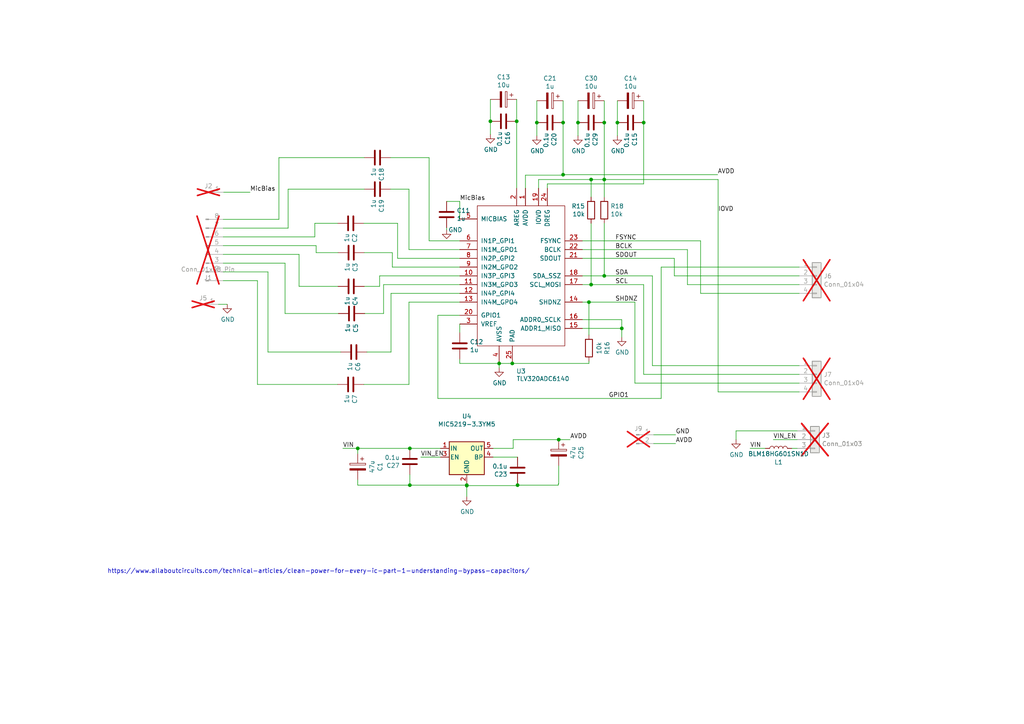
<source format=kicad_sch>
(kicad_sch (version 20231120) (generator "eeschema") (generator_version "8.0")
  (paper "A4")
  (title_block (title "micoPAM-ADC") (date "2024-06-08") (rev "V3") (company "WMXZ"))
  (lib_symbols
    (symbol "Connector:Conn_01x01_Pin" (pin_names (offset 1.016) hide)
      (property "Reference" "J" (at 0 2.54 0))
      (property "Value" "Conn_01x01_Pin" (at 0 -2.54 0))
      (symbol "Conn_01x01_Pin_1_1"
        (polyline (pts (xy 1.27 0) (xy 0.8636 0)) (stroke (width 0.1524)))
        (rectangle (start 0.8636 0.127) (end 0 -0.127) (stroke (width 0.1524)) (fill (type outline)))
        (pin passive line (at 5.08 0 180) (length 3.81) (name "Pin_1") (number "1"))
      )
    )
    (symbol "Connector:Conn_01x02_Pin" (pin_names (offset 1.016) hide)
      (property "Reference" "J" (at 0 2.54 0))
      (property "Value" "Conn_01x02_Pin" (at 0 -5.08 0))
      (symbol "Conn_01x02_Pin_1_1"
        (polyline (pts (xy 1.27 -2.54) (xy 0.8636 -2.54)) (stroke (width 0.1524)))
        (polyline (pts (xy 1.27 0) (xy 0.8636 0)) (stroke (width 0.1524)))
        (rectangle (start 0.8636 -2.413) (end 0 -2.667) (stroke (width 0.1524)) (fill (type outline)))
        (rectangle (start 0.8636 0.127) (end 0 -0.127) (stroke (width 0.1524)) (fill (type outline)))
        (pin passive line (at 5.08 0 180) (length 3.81) (name "Pin_1") (number "1"))
        (pin passive line (at 5.08 -2.54 180) (length 3.81) (name "Pin_2") (number "2"))
      )
    )
    (symbol "Connector:Conn_01x08_Pin" (pin_names (offset 1.016) hide)
      (property "Reference" "J" (at 0 10.16 0))
      (property "Value" "Conn_01x08_Pin" (at 0 -12.7 0))
      (symbol "Conn_01x08_Pin_1_1"
        (polyline (pts (xy 1.27 -10.16) (xy 0.8636 -10.16)) (stroke (width 0.1524)))
        (polyline (pts (xy 1.27 -7.62) (xy 0.8636 -7.62)) (stroke (width 0.1524)))
        (polyline (pts (xy 1.27 -5.08) (xy 0.8636 -5.08)) (stroke (width 0.1524)))
        (polyline (pts (xy 1.27 -2.54) (xy 0.8636 -2.54)) (stroke (width 0.1524)))
        (polyline (pts (xy 1.27 0) (xy 0.8636 0)) (stroke (width 0.1524)))
        (polyline (pts (xy 1.27 2.54) (xy 0.8636 2.54)) (stroke (width 0.1524)))
        (polyline (pts (xy 1.27 5.08) (xy 0.8636 5.08)) (stroke (width 0.1524)))
        (polyline (pts (xy 1.27 7.62) (xy 0.8636 7.62)) (stroke (width 0.1524)))
        (rectangle (start 0.8636 -10.033) (end 0 -10.287) (stroke (width 0.1524)) (fill (type outline)))
        (rectangle (start 0.8636 -7.493) (end 0 -7.747) (stroke (width 0.1524)) (fill (type outline)))
        (rectangle (start 0.8636 -4.953) (end 0 -5.207) (stroke (width 0.1524)) (fill (type outline)))
        (rectangle (start 0.8636 -2.413) (end 0 -2.667) (stroke (width 0.1524)) (fill (type outline)))
        (rectangle (start 0.8636 0.127) (end 0 -0.127) (stroke (width 0.1524)) (fill (type outline)))
        (rectangle (start 0.8636 2.667) (end 0 2.413) (stroke (width 0.1524)) (fill (type outline)))
        (rectangle (start 0.8636 5.207) (end 0 4.953) (stroke (width 0.1524)) (fill (type outline)))
        (rectangle (start 0.8636 7.747) (end 0 7.493) (stroke (width 0.1524)) (fill (type outline)))
        (pin passive line (at 5.08 7.62 180) (length 3.81) (name "Pin_1") (number "1"))
        (pin passive line (at 5.08 5.08 180) (length 3.81) (name "Pin_2") (number "2"))
        (pin passive line (at 5.08 2.54 180) (length 3.81) (name "Pin_3") (number "3"))
        (pin passive line (at 5.08 0 180) (length 3.81) (name "Pin_4") (number "4"))
        (pin passive line (at 5.08 -2.54 180) (length 3.81) (name "Pin_5") (number "5"))
        (pin passive line (at 5.08 -5.08 180) (length 3.81) (name "Pin_6") (number "6"))
        (pin passive line (at 5.08 -7.62 180) (length 3.81) (name "Pin_7") (number "7"))
        (pin passive line (at 5.08 -10.16 180) (length 3.81) (name "Pin_8") (number "8"))
      )
    )
    (symbol "Connector_Generic:Conn_01x03" (pin_names (offset 1.016) hide)
      (property "Reference" "J" (at 0 5.08 0))
      (property "Value" "Conn_01x03" (at 0 -5.08 0))
      (symbol "Conn_01x03_1_1"
        (rectangle (start -1.27 -2.413) (end 0 -2.667) (stroke (width 0.1524)))
        (rectangle (start -1.27 0.127) (end 0 -0.127) (stroke (width 0.1524)))
        (rectangle (start -1.27 2.667) (end 0 2.413) (stroke (width 0.1524)))
        (rectangle (start -1.27 3.81) (end 1.27 -3.81) (stroke (width 0.254)) (fill (type background)))
        (pin passive line (at -5.08 2.54 0) (length 3.81) (name "Pin_1") (number "1"))
        (pin passive line (at -5.08 0 0) (length 3.81) (name "Pin_2") (number "2"))
        (pin passive line (at -5.08 -2.54 0) (length 3.81) (name "Pin_3") (number "3"))
      )
    )
    (symbol "Connector_Generic:Conn_01x04" (pin_names (offset 1.016) hide)
      (property "Reference" "J" (at 0 5.08 0))
      (property "Value" "Conn_01x04" (at 0 -7.62 0))
      (symbol "Conn_01x04_1_1"
        (rectangle (start -1.27 -4.953) (end 0 -5.207) (stroke (width 0.1524)))
        (rectangle (start -1.27 -2.413) (end 0 -2.667) (stroke (width 0.1524)))
        (rectangle (start -1.27 0.127) (end 0 -0.127) (stroke (width 0.1524)))
        (rectangle (start -1.27 2.667) (end 0 2.413) (stroke (width 0.1524)))
        (rectangle (start -1.27 3.81) (end 1.27 -6.35) (stroke (width 0.254)) (fill (type background)))
        (pin passive line (at -5.08 2.54 0) (length 3.81) (name "Pin_1") (number "1"))
        (pin passive line (at -5.08 0 0) (length 3.81) (name "Pin_2") (number "2"))
        (pin passive line (at -5.08 -2.54 0) (length 3.81) (name "Pin_3") (number "3"))
        (pin passive line (at -5.08 -5.08 0) (length 3.81) (name "Pin_4") (number "4"))
      )
    )
    (symbol "Device:C" (pin_numbers hide) (pin_names (offset 0.254))
      (property "Reference" "C" (at 0.635 2.54 0))
      (property "Value" "C" (at 0.635 -2.54 0))
      (symbol "C_0_1"
        (polyline (pts (xy -2.032 -0.762) (xy 2.032 -0.762)) (stroke (width 0.508)))
        (polyline (pts (xy -2.032 0.762) (xy 2.032 0.762)) (stroke (width 0.508)))
      )
      (symbol "C_1_1"
        (pin passive line (at 0 3.81 270) (length 2.794) (name "~") (number "1"))
        (pin passive line (at 0 -3.81 90) (length 2.794) (name "~") (number "2"))
      )
    )
    (symbol "Device:L" (pin_numbers hide) (pin_names (offset 1.016) hide)
      (property "Reference" "L" (at -1.27 0 90))
      (property "Value" "L" (at 1.905 0 90))
      (symbol "L_0_1"
        (arc (start 0 -2.54) (mid 0.6323 -1.905) (end 0 -1.27))
        (arc (start 0 -1.27) (mid 0.6323 -0.635) (end 0 0))
        (arc (start 0 0) (mid 0.6323 0.635) (end 0 1.27))
        (arc (start 0 1.27) (mid 0.6323 1.905) (end 0 2.54))
      )
      (symbol "L_1_1"
        (pin passive line (at 0 3.81 270) (length 1.27) (name "1") (number "1"))
        (pin passive line (at 0 -3.81 90) (length 1.27) (name "2") (number "2"))
      )
    )
    (symbol "Device:R" (pin_numbers hide) (pin_names (offset 0))
      (property "Reference" "R" (at 2.032 0 90))
      (property "Value" "R" (at 0 0 90))
      (symbol "R_0_1"
        (rectangle (start -1.016 -2.54) (end 1.016 2.54) (stroke (width 0.254)))
      )
      (symbol "R_1_1"
        (pin passive line (at 0 3.81 270) (length 1.27) (name "~") (number "1"))
        (pin passive line (at 0 -3.81 90) (length 1.27) (name "~") (number "2"))
      )
    )
    (symbol "Regulator_Linear:MIC5219-3.3YM5" (pin_names (offset 0.254))
      (property "Reference" "U" (at -3.81 5.715 0))
      (property "Value" "MIC5219-3.3YM5" (at 0 5.715 0))
      (symbol "MIC5219-3.3YM5_0_1"
        (rectangle (start -5.08 4.445) (end 5.08 -5.08) (stroke (width 0.254)) (fill (type background)))
      )
      (symbol "MIC5219-3.3YM5_1_1"
        (pin power_in line (at -7.62 2.54 0) (length 2.54) (name "IN") (number "1"))
        (pin power_in line (at 0 -7.62 90) (length 2.54) (name "GND") (number "2"))
        (pin input line (at -7.62 0 0) (length 2.54) (name "EN") (number "3"))
        (pin input line (at 7.62 0 180) (length 2.54) (name "BP") (number "4"))
        (pin power_out line (at 7.62 2.54 180) (length 2.54) (name "OUT") (number "5"))
      )
    )
    (symbol "microPAM_V2-rescue:CP-Device" (pin_numbers hide) (pin_names (offset 0.254))
      (property "Reference" "C" (at 0.635 2.54 0))
      (property "Value" "Device_CP" (at 0.635 -2.54 0))
      (symbol "CP-Device_0_1"
        (rectangle (start -2.286 0.508) (end 2.286 1.016))
        (polyline (pts (xy -1.778 2.286) (xy -0.762 2.286)))
        (polyline (pts (xy -1.27 2.794) (xy -1.27 1.778)))
        (rectangle (start 2.286 -0.508) (end -2.286 -1.016) (fill (type outline)))
      )
      (symbol "CP-Device_1_1"
        (pin passive line (at 0 3.81 270) (length 2.794) (name "~") (number "1"))
        (pin passive line (at 0 -3.81 90) (length 2.794) (name "~") (number "2"))
      )
    )
    (symbol "microPAM_V2-rescue:TLV320ADC6140-New_Library-microPAM_V1-rescue" (pin_names (offset 1.016))
      (property "Reference" "U" (at 0 0 0))
      (property "Value" "TLV320ADC6140-New_Library-microPAM_V1-rescue" (at 0 0 0))
      (symbol "TLV320ADC6140-New_Library-microPAM_V1-rescue_0_1"
        (rectangle (start -12.7 19.05) (end 12.7 -21.59))
      )
      (symbol "TLV320ADC6140-New_Library-microPAM_V1-rescue_1_1"
        (pin power_in line (at 1.27 24.13 270) (length 5.08) (name "AVDD") (number "1"))
        (pin input line (at -17.78 -1.27 0) (length 5.08) (name "IN3P_GPI3") (number "10"))
        (pin output line (at -17.78 -3.81 0) (length 5.08) (name "IN3M_GPO3") (number "11"))
        (pin input line (at -17.78 -6.35 0) (length 5.08) (name "IN4P_GPI4") (number "12"))
        (pin output line (at -17.78 -8.89 0) (length 5.08) (name "IN4M_GPO4") (number "13"))
        (pin input line (at 17.78 -8.89 180) (length 5.08) (name "SHDNZ") (number "14"))
        (pin bidirectional line (at 17.78 -16.51 180) (length 5.08) (name "ADDR1_MISO") (number "15"))
        (pin input line (at 17.78 -13.97 180) (length 5.08) (name "ADDR0_SCLK") (number "16"))
        (pin input line (at 17.78 -3.81 180) (length 5.08) (name "SCL_MOSI") (number "17"))
        (pin bidirectional line (at 17.78 -1.27 180) (length 5.08) (name "SDA_SSZ") (number "18"))
        (pin power_in line (at 5.08 24.13 270) (length 5.08) (name "IOVD") (number "19"))
        (pin power_out line (at -1.27 24.13 270) (length 5.08) (name "AREG") (number "2"))
        (pin bidirectional line (at -17.78 -12.7 0) (length 5.08) (name "GPIO1") (number "20"))
        (pin output line (at 17.78 3.81 180) (length 5.08) (name "SDOUT") (number "21"))
        (pin bidirectional line (at 17.78 6.35 180) (length 5.08) (name "BCLK") (number "22"))
        (pin bidirectional line (at 17.78 8.89 180) (length 5.08) (name "FSYNC") (number "23"))
        (pin power_out line (at 7.62 24.13 270) (length 5.08) (name "DREG") (number "24"))
        (pin power_out line (at -2.54 -26.67 90) (length 5.08) (name "PAD") (number "25"))
        (pin power_out line (at -17.78 -15.24 0) (length 5.08) (name "VREF") (number "3"))
        (pin power_in line (at -6.35 -26.67 90) (length 5.08) (name "AVSS") (number "4"))
        (pin power_out line (at -17.78 15.24 0) (length 5.08) (name "MICBIAS") (number "5"))
        (pin input line (at -17.78 8.89 0) (length 5.08) (name "IN1P_GPI1") (number "6"))
        (pin output line (at -17.78 6.35 0) (length 5.08) (name "IN1M_GPO1") (number "7"))
        (pin input line (at -17.78 3.81 0) (length 5.08) (name "IN2P_GPI2") (number "8"))
        (pin output line (at -17.78 1.27 0) (length 5.08) (name "IN2M_GPO2") (number "9"))
      )
    )
    (symbol "power:GND" (power) (pin_names (offset 0))
      (property "Value" "GND" (at 0 -3.81 0))
      (symbol "GND_0_1"
        (polyline (pts (xy 0 0) (xy 0 -1.27) (xy 1.27 -1.27) (xy 0 -2.54) (xy -1.27 -1.27) (xy 0 -1.27)))
      )
      (symbol "GND_1_1"
        (pin power_in line (at 0 0 270) (length 0) hide (name "GND") (number "1"))
      )
    )
  )
  (junction (at 163.322 50.673))
  (junction (at 162.052 127.508))
  (junction (at 175.26 35.56))
  (junction (at 163.322 35.56))
  (junction (at 179.07 35.56))
  (junction (at 118.872 130.048))
  (junction (at 175.26 52.07))
  (junction (at 186.69 35.56))
  (junction (at 149.86 35.179))
  (junction (at 144.78 105.41))
  (junction (at 155.702 35.56))
  (junction (at 170.815 87.63))
  (junction (at 148.59 105.41))
  (junction (at 171.45 82.55))
  (junction (at 142.24 35.179))
  (junction (at 135.382 140.843))
  (junction (at 118.872 140.716))
  (junction (at 150.114 140.716))
  (junction (at 180.34 95.25))
  (junction (at 167.64 35.56))
  (junction (at 135.382 140.716))
  (junction (at 175.26 80.01))
  (junction (at 171.45 52.07))
  (junction (at 103.759 130.048))
  (wire (pts (xy 231.775 108.585) (xy 186.69 108.585)))
  (wire (pts (xy 115.316 64.77) (xy 105.537 64.77)))
  (wire (pts (xy 150.114 140.843) (xy 150.114 140.716)))
  (wire (pts (xy 195.58 80.01) (xy 231.775 80.01)))
  (wire (pts (xy 64.77 76.327) (xy 82.677 76.327)))
  (wire (pts (xy 110.109 83.058) (xy 105.664 83.058)))
  (wire (pts (xy 118.872 137.668) (xy 118.872 140.716)))
  (wire (pts (xy 221.996 130.048) (xy 217.551 130.048)))
  (wire (pts (xy 64.77 63.627) (xy 80.899 63.627)))
  (wire (pts (xy 129.54 58.42) (xy 133.35 58.42)))
  (wire (pts (xy 168.91 72.39) (xy 199.39 72.39)))
  (wire (pts (xy 163.322 29.21) (xy 163.322 35.56)))
  (wire (pts (xy 231.267 124.968) (xy 213.487 124.968)))
  (wire (pts (xy 162.052 127.508) (xy 165.354 127.508)))
  (wire (pts (xy 143.002 132.588) (xy 150.114 132.588)))
  (wire (pts (xy 152.4 50.8) (xy 152.4 54.61)))
  (wire (pts (xy 118.618 54.864) (xy 118.618 72.39)))
  (wire (pts (xy 133.35 72.39) (xy 118.618 72.39)))
  (wire (pts (xy 103.759 130.048) (xy 103.759 131.572)))
  (wire (pts (xy 149.987 140.716) (xy 150.114 140.716)))
  (wire (pts (xy 77.724 78.867) (xy 64.77 78.867)))
  (wire (pts (xy 161.925 140.716) (xy 150.114 140.716)))
  (wire (pts (xy 195.58 74.93) (xy 195.58 80.01)))
  (wire (pts (xy 64.897 55.753) (xy 72.517 55.753)))
  (wire (pts (xy 155.702 29.21) (xy 155.702 35.56)))
  (wire (pts (xy 231.775 77.47) (xy 191.77 77.47)))
  (wire (pts (xy 110.109 80.01) (xy 133.35 80.01)))
  (wire (pts (xy 142.24 38.989) (xy 142.24 35.179)))
  (wire (pts (xy 142.24 28.829) (xy 142.24 35.179)))
  (wire (pts (xy 113.284 54.864) (xy 118.618 54.864)))
  (wire (pts (xy 189.23 106.045) (xy 189.23 80.01)))
  (wire (pts (xy 111.252 82.55) (xy 111.252 90.932)))
  (wire (pts (xy 231.775 113.665) (xy 208.28 113.665)))
  (wire (pts (xy 110.109 80.01) (xy 110.109 83.058)))
  (wire (pts (xy 229.616 130.048) (xy 231.267 130.048)))
  (wire (pts (xy 171.45 52.07) (xy 156.21 52.07)))
  (wire (pts (xy 186.69 29.21) (xy 186.69 35.56)))
  (wire (pts (xy 113.792 77.47) (xy 133.35 77.47)))
  (wire (pts (xy 82.677 76.327) (xy 82.677 90.932)))
  (wire (pts (xy 127 115.57) (xy 191.77 115.57)))
  (wire (pts (xy 175.26 80.01) (xy 189.23 80.01)))
  (wire (pts (xy 168.91 69.85) (xy 203.2 69.85)))
  (wire (pts (xy 167.64 29.21) (xy 167.64 35.56)))
  (wire (pts (xy 180.34 92.71) (xy 180.34 95.25)))
  (wire (pts (xy 98.044 73.279) (xy 91.694 73.279)))
  (wire (pts (xy 161.925 140.335) (xy 161.925 140.716)))
  (wire (pts (xy 64.77 66.167) (xy 83.566 66.167)))
  (wire (pts (xy 77.724 102.108) (xy 77.724 78.867)))
  (wire (pts (xy 186.69 108.585) (xy 186.69 82.55)))
  (wire (pts (xy 163.322 50.673) (xy 208.153 50.673)))
  (wire (pts (xy 231.775 85.09) (xy 203.2 85.09)))
  (wire (pts (xy 171.45 64.77) (xy 171.45 82.55)))
  (wire (pts (xy 175.26 29.21) (xy 175.26 35.56)))
  (wire (pts (xy 170.815 104.775) (xy 170.815 105.41)))
  (wire (pts (xy 113.411 85.09) (xy 113.411 102.108)))
  (wire (pts (xy 83.566 54.864) (xy 83.566 66.167)))
  (wire (pts (xy 91.313 68.707) (xy 91.313 64.77)))
  (wire (pts (xy 111.252 82.55) (xy 133.35 82.55)))
  (wire (pts (xy 168.91 80.01) (xy 175.26 80.01)))
  (wire (pts (xy 64.77 73.787) (xy 86.741 73.787)))
  (wire (pts (xy 191.77 77.47) (xy 191.77 115.57)))
  (wire (pts (xy 189.611 128.651) (xy 195.961 128.651)))
  (wire (pts (xy 103.759 130.048) (xy 118.872 130.048)))
  (wire (pts (xy 180.34 95.25) (xy 180.34 97.79)))
  (wire (pts (xy 74.676 111.506) (xy 97.917 111.506)))
  (wire (pts (xy 135.382 140.843) (xy 135.382 140.716)))
  (wire (pts (xy 133.35 58.42) (xy 133.35 63.5)))
  (wire (pts (xy 175.26 64.77) (xy 175.26 80.01)))
  (wire (pts (xy 171.45 57.15) (xy 171.45 52.07)))
  (wire (pts (xy 122.047 132.588) (xy 127.762 132.588)))
  (wire (pts (xy 115.316 74.93) (xy 115.316 64.77)))
  (wire (pts (xy 98.806 102.108) (xy 77.724 102.108)))
  (wire (pts (xy 124.46 45.72) (xy 124.46 69.85)))
  (wire (pts (xy 171.45 82.55) (xy 186.69 82.55)))
  (wire (pts (xy 113.792 73.279) (xy 105.664 73.279)))
  (wire (pts (xy 135.382 140.716) (xy 135.382 140.208)))
  (wire (pts (xy 163.322 50.673) (xy 163.322 50.8)))
  (wire (pts (xy 64.77 68.707) (xy 91.313 68.707)))
  (wire (pts (xy 150.114 140.843) (xy 135.382 140.843)))
  (wire (pts (xy 170.815 105.41) (xy 148.59 105.41)))
  (wire (pts (xy 135.382 140.716) (xy 118.872 140.716)))
  (wire (pts (xy 118.618 87.63) (xy 118.618 111.506)))
  (wire (pts (xy 224.282 127.508) (xy 231.267 127.508)))
  (wire (pts (xy 155.702 39.37) (xy 155.702 35.56)))
  (wire (pts (xy 86.741 83.058) (xy 98.044 83.058)))
  (wire (pts (xy 168.91 87.63) (xy 170.815 87.63)))
  (wire (pts (xy 80.899 45.72) (xy 80.899 63.627)))
  (wire (pts (xy 118.872 130.048) (xy 127.762 130.048)))
  (wire (pts (xy 82.677 90.932) (xy 98.171 90.932)))
  (wire (pts (xy 203.2 69.85) (xy 203.2 85.09)))
  (wire (pts (xy 115.316 74.93) (xy 133.35 74.93)))
  (wire (pts (xy 162.052 140.335) (xy 162.052 135.128)))
  (wire (pts (xy 158.75 53.34) (xy 186.69 53.34)))
  (wire (pts (xy 167.64 39.37) (xy 167.64 35.56)))
  (wire (pts (xy 133.35 96.52) (xy 133.35 93.98)))
  (wire (pts (xy 91.694 73.279) (xy 91.694 71.247)))
  (wire (pts (xy 91.313 64.77) (xy 97.917 64.77)))
  (wire (pts (xy 148.59 105.41) (xy 144.78 105.41)))
  (wire (pts (xy 156.21 52.07) (xy 156.21 54.61)))
  (wire (pts (xy 179.07 29.21) (xy 179.07 35.56)))
  (wire (pts (xy 175.26 57.15) (xy 175.26 52.07)))
  (wire (pts (xy 133.35 104.14) (xy 133.35 105.41)))
  (wire (pts (xy 99.441 130.048) (xy 103.759 130.048)))
  (wire (pts (xy 168.91 95.25) (xy 180.34 95.25)))
  (wire (pts (xy 161.925 140.335) (xy 162.052 140.335)))
  (wire (pts (xy 83.566 54.864) (xy 105.664 54.864)))
  (wire (pts (xy 149.86 35.179) (xy 149.86 54.61)))
  (wire (pts (xy 186.69 53.34) (xy 186.69 35.56)))
  (wire (pts (xy 168.91 74.93) (xy 195.58 74.93)))
  (wire (pts (xy 163.322 50.8) (xy 152.4 50.8)))
  (wire (pts (xy 231.775 111.125) (xy 184.15 111.125)))
  (wire (pts (xy 170.815 87.63) (xy 184.15 87.63)))
  (wire (pts (xy 144.78 106.68) (xy 144.78 105.41)))
  (wire (pts (xy 113.792 77.47) (xy 113.792 73.279)))
  (wire (pts (xy 189.611 126.111) (xy 195.961 126.111)))
  (wire (pts (xy 64.77 81.407) (xy 74.676 81.407)))
  (wire (pts (xy 208.28 52.07) (xy 208.28 113.665)))
  (wire (pts (xy 133.35 69.85) (xy 124.46 69.85)))
  (wire (pts (xy 124.46 45.72) (xy 113.284 45.72)))
  (wire (pts (xy 148.844 127.508) (xy 148.844 130.048)))
  (wire (pts (xy 127 91.44) (xy 127 115.57)))
  (wire (pts (xy 171.45 82.55) (xy 168.91 82.55)))
  (wire (pts (xy 103.759 139.192) (xy 103.759 140.716)))
  (wire (pts (xy 74.676 81.407) (xy 74.676 111.506)))
  (wire (pts (xy 175.26 35.56) (xy 175.26 52.07)))
  (wire (pts (xy 171.45 52.07) (xy 175.26 52.07)))
  (wire (pts (xy 163.322 35.56) (xy 163.322 50.673)))
  (wire (pts (xy 86.741 73.787) (xy 86.741 83.058)))
  (wire (pts (xy 133.35 91.44) (xy 127 91.44)))
  (wire (pts (xy 184.15 111.125) (xy 184.15 87.63)))
  (wire (pts (xy 63.373 88.265) (xy 65.913 88.265)))
  (wire (pts (xy 168.91 92.71) (xy 180.34 92.71)))
  (wire (pts (xy 118.618 87.63) (xy 133.35 87.63)))
  (wire (pts (xy 170.815 97.155) (xy 170.815 87.63)))
  (wire (pts (xy 231.775 106.045) (xy 189.23 106.045)))
  (wire (pts (xy 111.252 90.932) (xy 105.791 90.932)))
  (wire (pts (xy 231.775 82.55) (xy 199.39 82.55)))
  (wire (pts (xy 150.114 140.208) (xy 150.114 140.716)))
  (wire (pts (xy 148.844 127.508) (xy 162.052 127.508)))
  (wire (pts (xy 175.26 52.07) (xy 208.28 52.07)))
  (wire (pts (xy 129.54 66.675) (xy 129.54 66.04)))
  (wire (pts (xy 103.759 140.716) (xy 118.872 140.716)))
  (wire (pts (xy 143.002 130.048) (xy 148.844 130.048)))
  (wire (pts (xy 135.382 140.843) (xy 135.382 144.018)))
  (wire (pts (xy 133.35 105.41) (xy 144.78 105.41)))
  (wire (pts (xy 149.86 28.829) (xy 149.86 35.179)))
  (wire (pts (xy 113.411 85.09) (xy 133.35 85.09)))
  (wire (pts (xy 199.39 82.55) (xy 199.39 72.39)))
  (wire (pts (xy 158.75 54.61) (xy 158.75 53.34)))
  (wire (pts (xy 113.411 102.108) (xy 106.426 102.108)))
  (wire (pts (xy 179.07 39.37) (xy 179.07 35.56)))
  (wire (pts (xy 91.694 71.247) (xy 64.77 71.247)))
  (wire (pts (xy 118.618 111.506) (xy 105.537 111.506)))
  (wire (pts (xy 80.899 45.72) (xy 105.664 45.72)))
  (wire (pts (xy 213.487 124.968) (xy 213.487 127.508)))
  (text "https://www.allaboutcircuits.com/technical-articles/clean-power-for-every-ic-part-1-understanding-bypass-capacitors/" (at 31.115 166.497 0) (effects (font (size 1.27 1.27)) (justify left bottom)))
  (label "VIN" (at 99.441 130.048 0))
  (label "VIN_EN" (at 224.282 127.508 0))
  (label "GPIO1" (at 176.53 115.57 0))
  (label "SCL" (at 178.435 82.55 0))
  (label "MicBias" (at 72.517 55.753 0))
  (label "AVDD" (at 195.961 128.651 0))
  (label "GND" (at 195.961 126.111 0))
  (label "SHDNZ" (at 178.435 87.63 0))
  (label "MicBias" (at 133.35 58.42 0))
  (label "AVDD" (at 165.354 127.508 0))
  (label "BCLK" (at 178.435 72.39 0))
  (label "AVDD" (at 208.153 50.673 0))
  (label "FSYNC" (at 178.435 69.85 0))
  (label "VIN_EN" (at 122.047 132.588 0))
  (label "SDOUT" (at 178.435 74.93 0))
  (label "VIN" (at 217.551 130.048 0))
  (label "IOVD" (at 208.28 61.595 0))
  (label "SDA" (at 178.435 80.01 0))
  (symbol (lib_id "Device:R") (at 175.26 60.96 0) (unit 1)
    (property "Reference" "R18" (at 177.038 59.7916 0) (effects (justify left)))
    (property "Value" "10k" (at 177.038 62.103 0) (effects (justify left)))
    (property "Footprint" "Resistor_SMD:R_0603_1608Metric" (effects (hide yes)))
  )
  (symbol (lib_id "Device:R") (at 171.45 60.96 0) (mirror y) (unit 1)
    (property "Reference" "R15" (at 169.672 59.7916 0) (effects (justify left)))
    (property "Value" "10k" (at 169.672 62.103 0) (effects (justify left)))
    (property "Footprint" "Resistor_SMD:R_0603_1608Metric" (effects (hide yes)))
  )
  (symbol (lib_id "microPAM_V2-rescue:TLV320ADC6140-New_Library-microPAM_V1-rescue") (at 151.13 78.74 0) (unit 1)
    (property "Reference" "U3" (at 151.13 107.6706 0))
    (property "Value" "TLV320ADC6140" (at 157.48 109.855 0))
    (property "Footprint" "Package_DFN_QFN:QFN-24-1EP_4x4mm_P0.5mm_EP2.7x2.7mm_ThermalVias" (effects (hide yes)))
  )
  (symbol (lib_id "Device:C") (at 133.35 100.33 0) (unit 1)
    (property "Reference" "C12" (at 136.271 99.1616 0) (effects (justify left)))
    (property "Value" "1u" (at 136.271 101.473 0) (effects (justify left)))
    (property "Footprint" "Capacitor_SMD:C_0603_1608Metric" (effects (hide yes)))
  )
  (symbol (lib_id "Device:C") (at 159.512 35.56 270) (unit 1)
    (property "Reference" "C20" (at 160.6804 38.481 0) (effects (justify left)))
    (property "Value" "0.1u" (at 158.369 38.481 0) (effects (justify left)))
    (property "Footprint" "Capacitor_SMD:C_0603_1608Metric" (effects (hide yes)))
  )
  (symbol (lib_id "microPAM_V2-rescue:CP-Device") (at 159.512 29.21 270) (unit 1)
    (property "Reference" "C21" (at 159.512 22.733 90))
    (property "Value" "1u" (at 159.512 25.0444 90))
    (property "Footprint" "Capacitor_Tantalum_SMD:CP_EIA-2012-15_AVX-P" (effects (hide yes)))
    (property "Component" "TL8W9105M016C" (effects (hide yes)))
  )
  (symbol (lib_id "power:GND") (at 144.78 106.68 0) (unit 1)
    (property "Reference" "#PWR0109" (effects (hide yes)))
    (property "Value" "GND" (at 144.907 111.0742 0))
  )
  (symbol (lib_id "Device:C") (at 171.45 35.56 270) (unit 1)
    (property "Reference" "C29" (at 172.6184 38.481 0) (effects (justify left)))
    (property "Value" "0.1u" (at 170.307 38.481 0) (effects (justify left)))
    (property "Footprint" "Capacitor_SMD:C_0603_1608Metric" (effects (hide yes)))
  )
  (symbol (lib_id "microPAM_V2-rescue:CP-Device") (at 171.45 29.21 270) (unit 1)
    (property "Reference" "C30" (at 171.45 22.733 90))
    (property "Value" "10u" (at 171.45 25.0444 90))
    (property "Footprint" "Capacitor_Tantalum_SMD:CP_EIA-2012-15_AVX-P" (effects (hide yes)))
    (property "Component" "TAJP106M010RNJ" (effects (hide yes)))
  )
  (symbol (lib_id "Device:C") (at 182.88 35.56 270) (unit 1)
    (property "Reference" "C15" (at 184.0484 38.481 0) (effects (justify left)))
    (property "Value" "0.1u" (at 181.737 38.481 0) (effects (justify left)))
    (property "Footprint" "Capacitor_SMD:C_0603_1608Metric" (effects (hide yes)))
  )
  (symbol (lib_id "microPAM_V2-rescue:CP-Device") (at 182.88 29.21 270) (unit 1)
    (property "Reference" "C14" (at 182.88 22.733 90))
    (property "Value" "10u" (at 182.88 25.0444 90))
    (property "Footprint" "Capacitor_Tantalum_SMD:CP_EIA-2012-15_AVX-P" (effects (hide yes)))
    (property "Component" "TAJP106M010RNJ" (effects (hide yes)))
  )
  (symbol (lib_id "Device:C") (at 146.05 35.179 270) (unit 1)
    (property "Reference" "C16" (at 147.2184 38.1 0) (effects (justify left)))
    (property "Value" "0.1u" (at 144.907 38.1 0) (effects (justify left)))
    (property "Footprint" "Capacitor_SMD:C_0603_1608Metric" (effects (hide yes)))
  )
  (symbol (lib_id "microPAM_V2-rescue:CP-Device") (at 146.05 28.829 270) (unit 1)
    (property "Reference" "C13" (at 146.05 22.352 90))
    (property "Value" "10u" (at 146.05 24.6634 90))
    (property "Footprint" "Capacitor_Tantalum_SMD:CP_EIA-2012-15_AVX-P" (effects (hide yes)))
    (property "Component" "TAJP106M010RNJ" (effects (hide yes)))
  )
  (symbol (lib_id "power:GND") (at 142.24 38.989 0) (unit 1)
    (property "Reference" "#PWR0110" (effects (hide yes)))
    (property "Value" "GND" (at 142.367 43.3832 0))
  )
  (symbol (lib_id "power:GND") (at 155.702 39.37 0) (unit 1)
    (property "Reference" "#PWR0111" (effects (hide yes)))
    (property "Value" "GND" (at 155.829 43.7642 0))
  )
  (symbol (lib_id "power:GND") (at 167.64 39.37 0) (unit 1)
    (property "Reference" "#PWR0112" (effects (hide yes)))
    (property "Value" "GND" (at 167.767 43.7642 0))
  )
  (symbol (lib_id "power:GND") (at 179.07 39.37 0) (unit 1)
    (property "Reference" "#PWR0113" (effects (hide yes)))
    (property "Value" "GND" (at 179.197 43.7642 0))
  )
  (symbol (lib_id "Device:C") (at 129.54 62.23 0) (unit 1)
    (property "Reference" "C11" (at 132.461 61.0616 0) (effects (justify left)))
    (property "Value" "1u" (at 132.461 63.373 0) (effects (justify left)))
    (property "Footprint" "Capacitor_SMD:C_0603_1608Metric" (effects (hide yes)))
  )
  (symbol (lib_id "power:GND") (at 129.54 66.675 0) (unit 1)
    (property "Reference" "#PWR0114" (effects (hide yes)))
    (property "Value" "GND" (at 132.08 66.675 0))
  )
  (symbol (lib_id "power:GND") (at 180.34 97.79 0) (unit 1)
    (property "Reference" "#PWR0115" (effects (hide yes)))
    (property "Value" "GND" (at 180.467 102.1842 0))
  )
  (symbol (lib_id "Regulator_Linear:MIC5219-3.3YM5") (at 135.382 132.588 0) (unit 1)
    (property "Reference" "U4" (at 135.382 120.7262 0))
    (property "Value" "MIC5219-3.3YM5" (at 135.382 123.0376 0))
    (property "Footprint" "Package_TO_SOT_SMD:SOT-23-5" (effects (hide yes)))
    (property "Datasheet" "http://ww1.microchip.com/downloads/en/DeviceDoc/MIC5219-500mA-Peak-Output-LDO-Regulator-DS20006021A.pdf" (effects (hide yes)))
  )
  (symbol (lib_id "microPAM_V2-rescue:CP-Device") (at 162.052 131.318 0) (mirror y) (unit 1)
    (property "Reference" "C25" (at 168.529 131.318 90))
    (property "Value" "47u" (at 166.2176 131.318 90))
    (property "Footprint" "Capacitor_Tantalum_SMD:CP_EIA-3216-12_Kemet-S" (effects (hide yes)))
    (property "Component" "TLJA476M010R0600" (effects (hide yes)))
  )
  (symbol (lib_id "Device:C") (at 150.114 136.398 180) (unit 1)
    (property "Reference" "C23" (at 147.193 137.5664 0) (effects (justify left)))
    (property "Value" "0.1u" (at 147.193 135.255 0) (effects (justify left)))
    (property "Footprint" "Capacitor_SMD:C_0603_1608Metric" (effects (hide yes)))
  )
  (symbol (lib_id "Device:C") (at 118.872 133.858 180) (unit 1)
    (property "Reference" "C27" (at 115.951 135.0264 0) (effects (justify left)))
    (property "Value" "0.1u" (at 115.951 132.715 0) (effects (justify left)))
    (property "Footprint" "Capacitor_SMD:C_0603_1608Metric" (effects (hide yes)))
  )
  (symbol (lib_id "power:GND") (at 135.382 144.018 0) (unit 1)
    (property "Reference" "#PWR0103" (effects (hide yes)))
    (property "Value" "GND" (at 135.509 148.4122 0))
  )
  (symbol (lib_id "Device:C") (at 109.474 54.864 270) (unit 1)
    (property "Reference" "C19" (at 110.6424 57.785 0) (effects (justify left)))
    (property "Value" "1u" (at 108.331 57.785 0) (effects (justify left)))
    (property "Footprint" "Capacitor_SMD:C_0603_1608Metric" (effects (hide yes)))
  )
  (symbol (lib_id "Device:C") (at 109.474 45.72 270) (unit 1)
    (property "Reference" "C18" (at 110.6424 48.641 0) (effects (justify left)))
    (property "Value" "1u" (at 108.331 48.641 0) (effects (justify left)))
    (property "Footprint" "Capacitor_SMD:C_0603_1608Metric" (effects (hide yes)))
  )
  (symbol (lib_id "Device:R") (at 170.815 100.965 180) (unit 1)
    (property "Reference" "R16" (at 176.0728 100.965 90))
    (property "Value" "10k" (at 173.7614 100.965 90))
    (property "Footprint" "Resistor_SMD:R_0603_1608Metric" (effects (hide yes)))
  )
  (symbol (lib_id "microPAM_V2-rescue:CP-Device") (at 103.759 135.382 0) (mirror y) (unit 1)
    (property "Reference" "C1" (at 110.236 135.382 90))
    (property "Value" "47u" (at 107.9246 135.382 90))
    (property "Footprint" "Capacitor_Tantalum_SMD:CP_EIA-3216-12_Kemet-S" (effects (hide yes)))
    (property "Component" "TLJA476M010R0600" (effects (hide yes)))
  )
  (symbol (lib_id "Device:C") (at 101.981 90.932 270) (unit 1)
    (property "Reference" "C5" (at 103.1494 93.853 0) (effects (justify left)))
    (property "Value" "1u" (at 100.838 93.853 0) (effects (justify left)))
    (property "Footprint" "Capacitor_SMD:C_0603_1608Metric" (effects (hide yes)))
  )
  (symbol (lib_id "power:GND") (at 65.913 88.265 0) (unit 1)
    (property "Reference" "#PWR03" (effects (hide yes)))
    (property "Value" "GND" (at 66.04 92.6592 0))
  )
  (symbol (lib_id "Connector_Generic:Conn_01x04") (at 236.855 108.585 0) (unit 1) (in_bom no) (dnp yes)
    (property "Reference" "J7" (at 238.887 108.6429 0) (effects (justify left)))
    (property "Value" "Conn_01x04" (at 238.887 111.0671 0) (effects (justify left)))
    (property "Footprint" "Connector_PinHeader_1.27mm:PinHeader_1x04_P1.27mm_Vertical" (effects (hide yes)))
  )
  (symbol (lib_id "Device:C") (at 102.616 102.108 270) (unit 1)
    (property "Reference" "C6" (at 103.7844 105.029 0) (effects (justify left)))
    (property "Value" "1u" (at 101.473 105.029 0) (effects (justify left)))
    (property "Footprint" "Capacitor_SMD:C_0603_1608Metric" (effects (hide yes)))
  )
  (symbol (lib_id "Connector:Conn_01x08_Pin") (at 59.69 73.787 0) (mirror x) (unit 1) (dnp yes)
    (property "Reference" "J1" (at 60.325 80.5475 0))
    (property "Value" "Conn_01x08_Pin" (at 60.325 78.1233 0))
    (property "Footprint" "Connector_PinHeader_1.27mm:PinHeader_1x08_P1.27mm_Vertical" (effects (hide yes)))
  )
  (symbol (lib_id "Device:C") (at 101.854 83.058 270) (unit 1)
    (property "Reference" "C4" (at 103.0224 85.979 0) (effects (justify left)))
    (property "Value" "1u" (at 100.711 85.979 0) (effects (justify left)))
    (property "Footprint" "Capacitor_SMD:C_0603_1608Metric" (effects (hide yes)))
  )
  (symbol (lib_id "Connector_Generic:Conn_01x03") (at 236.347 127.508 0) (unit 1) (in_bom no) (dnp yes)
    (property "Reference" "J3" (at 238.379 126.2959 0) (effects (justify left)))
    (property "Value" "Conn_01x03" (at 238.379 128.7201 0) (effects (justify left)))
    (property "Footprint" "Connector_PinHeader_1.27mm:PinHeader_1x03_P1.27mm_Vertical" (effects (hide yes)))
  )
  (symbol (lib_id "power:GND") (at 213.487 127.508 0) (unit 1)
    (property "Reference" "#PWR02" (effects (hide yes)))
    (property "Value" "GND" (at 213.614 131.9022 0))
  )
  (symbol (lib_id "Device:L") (at 225.806 130.048 90) (unit 1)
    (property "Reference" "L1" (at 225.806 134.0653 90))
    (property "Value" "BLM18HG601SN1D" (at 225.806 131.6411 90))
    (property "Footprint" "Inductor_SMD:L_0603_1608Metric" (effects (hide yes)))
  )
  (symbol (lib_id "Connector:Conn_01x01_Pin") (at 59.817 55.753 0) (unit 1) (in_bom no) (dnp yes)
    (property "Reference" "J2" (at 60.452 53.9567 0))
    (property "Value" "Conn_01x01_Pin" (effects (hide yes)))
    (property "Footprint" "Connector_PinHeader_2.54mm:PinHeader_1x01_P2.54mm_Vertical" (effects (hide yes)))
  )
  (symbol (lib_id "Device:C") (at 101.854 73.279 270) (unit 1)
    (property "Reference" "C3" (at 103.0224 76.2 0) (effects (justify left)))
    (property "Value" "1u" (at 100.711 76.2 0) (effects (justify left)))
    (property "Footprint" "Capacitor_SMD:C_0603_1608Metric" (effects (hide yes)))
  )
  (symbol (lib_id "Device:C") (at 101.727 111.506 270) (unit 1)
    (property "Reference" "C7" (at 102.8954 114.427 0) (effects (justify left)))
    (property "Value" "1u" (at 100.584 114.427 0) (effects (justify left)))
    (property "Footprint" "Capacitor_SMD:C_0603_1608Metric" (effects (hide yes)))
  )
  (symbol (lib_id "Connector:Conn_01x01_Pin") (at 58.293 88.265 0) (unit 1) (in_bom no) (dnp yes)
    (property "Reference" "J5" (at 58.928 86.4687 0))
    (property "Value" "Conn_01x01_Pin" (effects (hide yes)))
    (property "Footprint" "Connector_PinHeader_2.54mm:PinHeader_1x01_P2.54mm_Vertical" (effects (hide yes)))
  )
  (symbol (lib_id "Connector_Generic:Conn_01x04") (at 236.855 80.01 0) (unit 1) (in_bom no) (dnp yes)
    (property "Reference" "J6" (at 238.887 80.0679 0) (effects (justify left)))
    (property "Value" "Conn_01x04" (at 238.887 82.4921 0) (effects (justify left)))
    (property "Footprint" "Connector_PinHeader_1.27mm:PinHeader_1x04_P1.27mm_Vertical" (effects (hide yes)))
  )
  (symbol (lib_id "Connector:Conn_01x02_Pin") (at 184.531 126.111 0) (unit 1) (in_bom no) (dnp yes)
    (property "Reference" "J9" (at 185.166 124.3147 0))
    (property "Value" "Conn_01x02_Pin" (effects (hide yes)))
    (property "Footprint" "Connector_PinHeader_1.27mm:PinHeader_1x02_P1.27mm_Vertical" (effects (hide yes)))
  )
  (symbol (lib_id "Device:C") (at 101.727 64.77 270) (unit 1)
    (property "Reference" "C2" (at 102.8954 67.691 0) (effects (justify left)))
    (property "Value" "1u" (at 100.584 67.691 0) (effects (justify left)))
    (property "Footprint" "Capacitor_SMD:C_0603_1608Metric" (effects (hide yes)))
  )
)
</source>
